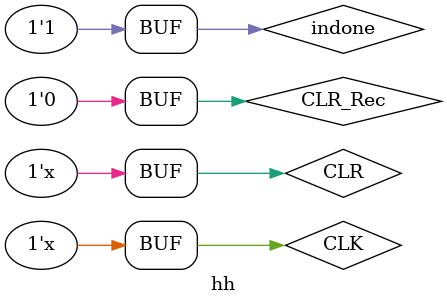
<source format=v>
module hh();

// Inputs
   reg CLK;
   wire CLK_B;
   reg CLR;
   wire  Rx;
   reg [31:0] Data_Tx;
	reg CLR_Rec;
// Output
   wire Tx;
   wire parity_err;
   wire [7:0] Data_Rx;
	wire Data_Ready;
	wire Final_Data_Ready;
	wire [31:0] Final_Data;
 
// Bidirs

// Instantiate the UUT
   Neeeeew UUT (
		.Tx(Tx), 
		.CLK(CLK), 
		.CLK_B(CLK_B), 
		.CLR(CLR), 
		.Rx(Rx), 
		.Data_Tx(Data_Tx), 
		.parity_err(parity_err), 
		.Data_Rx(Data_Rx),
		.CLR_Rec(CLR_Rec),
		.Data_Ready(Data_Ready),
		.Final_Data(Final_Data),
		.Final_Data_Ready(Final_Data_Ready)
   );
// Initialize Inputs
	
	reg indone;
   
	initial begin
	CLR = 0;
	CLR_Rec = 0;
	Data_Tx =32'hABACADAE;
	CLK = 0;
	indone = 0;
	#100;
	CLR = 1;
	CLR_Rec = 1;
	#1200000;//#150000;
	CLR = 0;
	CLR_Rec = 0;
	indone = 1;
   end
		
	assign Rx = Tx;
		
	always begin
		 CLK =~CLK;
		 #10;
		 end

 	always begin
		#1200000;
		if(indone == 1)CLR = ~CLR;
   end
	
	always @(posedge CLR)
	begin
	Data_Tx = Data_Tx + 1;
	end
	
endmodule

</source>
